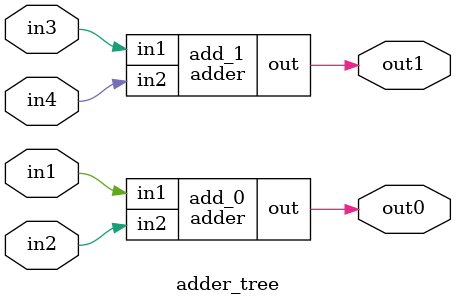
<source format=v>
module adder(out,in1,in2);

    input in1,in2;
    output out;

    assign out = in1+in2;
    
endmodule

module adder_tree(out1,out0,in1,in2,in3,in4);

    input in1,in2,in3,in4;
    output out1,out0;

    adder add_0 (.out(out0),.in1(in1),.in2(in2));
    adder add_1 (.out(out1),.in1(in3),.in2(in4));

endmodule






</source>
